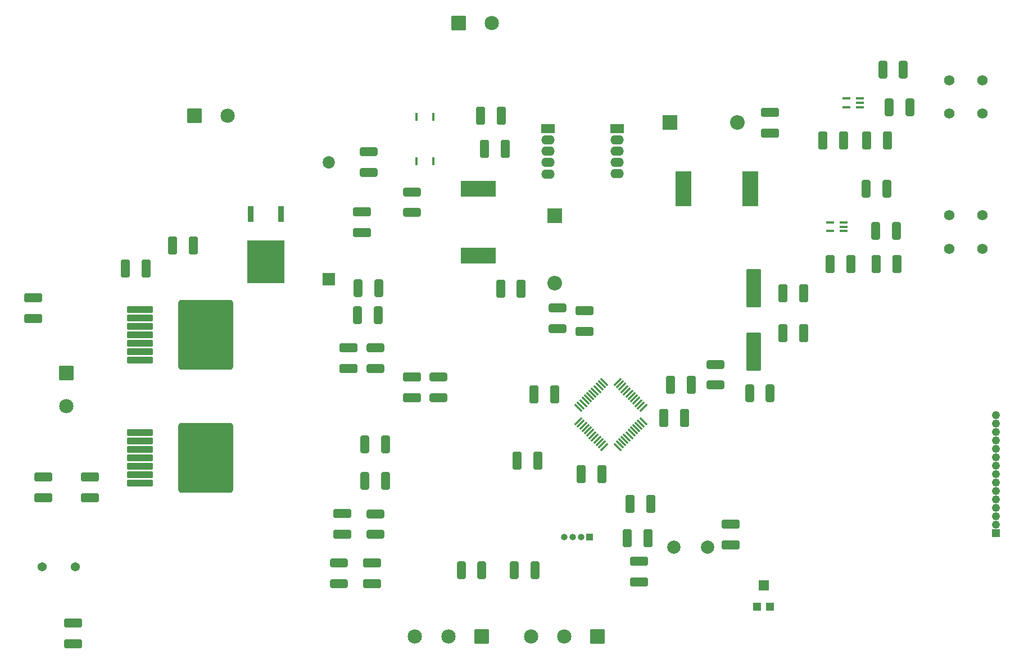
<source format=gbr>
%TF.GenerationSoftware,KiCad,Pcbnew,8.0.2*%
%TF.CreationDate,2024-06-26T19:24:32-04:00*%
%TF.ProjectId,pcb_forfirstproject,7063625f-666f-4726-9669-72737470726f,rev?*%
%TF.SameCoordinates,Original*%
%TF.FileFunction,Soldermask,Top*%
%TF.FilePolarity,Negative*%
%FSLAX46Y46*%
G04 Gerber Fmt 4.6, Leading zero omitted, Abs format (unit mm)*
G04 Created by KiCad (PCBNEW 8.0.2) date 2024-06-26 19:24:32*
%MOMM*%
%LPD*%
G01*
G04 APERTURE LIST*
G04 Aperture macros list*
%AMRoundRect*
0 Rectangle with rounded corners*
0 $1 Rounding radius*
0 $2 $3 $4 $5 $6 $7 $8 $9 X,Y pos of 4 corners*
0 Add a 4 corners polygon primitive as box body*
4,1,4,$2,$3,$4,$5,$6,$7,$8,$9,$2,$3,0*
0 Add four circle primitives for the rounded corners*
1,1,$1+$1,$2,$3*
1,1,$1+$1,$4,$5*
1,1,$1+$1,$6,$7*
1,1,$1+$1,$8,$9*
0 Add four rect primitives between the rounded corners*
20,1,$1+$1,$2,$3,$4,$5,0*
20,1,$1+$1,$4,$5,$6,$7,0*
20,1,$1+$1,$6,$7,$8,$9,0*
20,1,$1+$1,$8,$9,$2,$3,0*%
G04 Aperture macros list end*
%ADD10RoundRect,0.250000X0.412500X1.100000X-0.412500X1.100000X-0.412500X-1.100000X0.412500X-1.100000X0*%
%ADD11RoundRect,0.124250X-1.812750X-0.372750X1.812750X-0.372750X1.812750X0.372750X-1.812750X0.372750X0*%
%ADD12RoundRect,0.412200X-3.709800X4.874800X-3.709800X-4.874800X3.709800X-4.874800X3.709800X4.874800X0*%
%ADD13R,2.413000X5.207000*%
%ADD14RoundRect,0.102000X-1.000000X2.750000X-1.000000X-2.750000X1.000000X-2.750000X1.000000X2.750000X0*%
%ADD15RoundRect,0.250000X-0.412500X-1.100000X0.412500X-1.100000X0.412500X1.100000X-0.412500X1.100000X0*%
%ADD16R,2.000001X1.400000*%
%ADD17O,2.000001X1.400000*%
%ADD18RoundRect,0.250000X-0.400000X-1.075000X0.400000X-1.075000X0.400000X1.075000X-0.400000X1.075000X0*%
%ADD19RoundRect,0.075000X0.415425X0.521491X-0.521491X-0.415425X-0.415425X-0.521491X0.521491X0.415425X0*%
%ADD20RoundRect,0.075000X-0.415425X0.521491X-0.521491X0.415425X0.415425X-0.521491X0.521491X-0.415425X0*%
%ADD21R,1.200000X1.200000*%
%ADD22R,1.600000X1.500000*%
%ADD23RoundRect,0.102000X-0.975000X-0.975000X0.975000X-0.975000X0.975000X0.975000X-0.975000X0.975000X0*%
%ADD24C,2.154000*%
%ADD25RoundRect,0.250000X-1.075000X0.400000X-1.075000X-0.400000X1.075000X-0.400000X1.075000X0.400000X0*%
%ADD26RoundRect,0.250000X1.100000X-0.412500X1.100000X0.412500X-1.100000X0.412500X-1.100000X-0.412500X0*%
%ADD27RoundRect,0.250000X-1.100000X0.412500X-1.100000X-0.412500X1.100000X-0.412500X1.100000X0.412500X0*%
%ADD28C,2.000000*%
%ADD29RoundRect,0.102000X0.975000X0.975000X-0.975000X0.975000X-0.975000X-0.975000X0.975000X-0.975000X0*%
%ADD30R,1.168400X0.355600*%
%ADD31R,2.200000X2.200000*%
%ADD32O,2.200000X2.200000*%
%ADD33C,1.574800*%
%ADD34RoundRect,0.250000X1.075000X-0.400000X1.075000X0.400000X-1.075000X0.400000X-1.075000X-0.400000X0*%
%ADD35RoundRect,0.250000X0.400000X1.075000X-0.400000X1.075000X-0.400000X-1.075000X0.400000X-1.075000X0*%
%ADD36R,0.457200X1.219200*%
%ADD37C,1.371600*%
%ADD38R,1.000000X1.000000*%
%ADD39O,1.000000X1.000000*%
%ADD40R,1.854200X1.854200*%
%ADD41C,1.854200*%
%ADD42R,5.207000X2.413000*%
%ADD43RoundRect,0.102000X-0.975000X0.975000X-0.975000X-0.975000X0.975000X-0.975000X0.975000X0.975000X0*%
%ADD44R,0.939800X2.413000*%
%ADD45R,5.562600X6.553200*%
%ADD46RoundRect,0.102000X0.505000X-0.505000X0.505000X0.505000X-0.505000X0.505000X-0.505000X-0.505000X0*%
%ADD47C,1.214000*%
G04 APERTURE END LIST*
D10*
%TO.C,C5*%
X150062500Y-105825485D03*
X146937500Y-105825485D03*
%TD*%
D11*
%TO.C,U5*%
X87540000Y-111515485D03*
X87540000Y-112785485D03*
X87540000Y-114055485D03*
X87540000Y-115325485D03*
X87540000Y-116595485D03*
X87540000Y-117865485D03*
X87540000Y-119135485D03*
D12*
X97500000Y-115325485D03*
%TD*%
D11*
%TO.C,U3*%
X87540000Y-93015485D03*
X87540000Y-94285485D03*
X87540000Y-95555485D03*
X87540000Y-96825485D03*
X87540000Y-98095485D03*
X87540000Y-99365485D03*
X87540000Y-100635485D03*
D12*
X97500000Y-96825485D03*
%TD*%
D13*
%TO.C,L6*%
X169458100Y-74825485D03*
X179541900Y-74825485D03*
%TD*%
D14*
%TO.C,Y1*%
X180000000Y-89825485D03*
X180000000Y-99325485D03*
%TD*%
D15*
%TO.C,C17*%
X191500000Y-86174495D03*
X194625000Y-86174495D03*
%TD*%
D16*
%TO.C,VR2*%
X159400000Y-65725485D03*
D17*
X159400000Y-67425485D03*
X159400000Y-69125486D03*
X159400000Y-70825485D03*
X159400000Y-72525485D03*
%TD*%
D18*
%TO.C,R9*%
X179400000Y-105662985D03*
X182500000Y-105662985D03*
%TD*%
%TO.C,R8*%
X196950000Y-74825485D03*
X200050000Y-74825485D03*
%TD*%
D10*
%TO.C,C20*%
X164500000Y-122325485D03*
X161375000Y-122325485D03*
%TD*%
D19*
%TO.C,U1*%
X163387876Y-107826697D03*
X163034322Y-107473143D03*
X162680769Y-107119590D03*
X162327215Y-106766036D03*
X161973662Y-106412483D03*
X161620109Y-106058930D03*
X161266555Y-105705376D03*
X160913002Y-105351823D03*
X160559449Y-104998270D03*
X160205895Y-104644716D03*
X159852342Y-104291163D03*
X159498788Y-103937609D03*
D20*
X157501212Y-103937609D03*
X157147658Y-104291163D03*
X156794105Y-104644716D03*
X156440551Y-104998270D03*
X156086998Y-105351823D03*
X155733445Y-105705376D03*
X155379891Y-106058930D03*
X155026338Y-106412483D03*
X154672785Y-106766036D03*
X154319231Y-107119590D03*
X153965678Y-107473143D03*
X153612124Y-107826697D03*
D19*
X153612124Y-109824273D03*
X153965678Y-110177827D03*
X154319231Y-110531380D03*
X154672785Y-110884934D03*
X155026338Y-111238487D03*
X155379891Y-111592040D03*
X155733445Y-111945594D03*
X156086998Y-112299147D03*
X156440551Y-112652700D03*
X156794105Y-113006254D03*
X157147658Y-113359807D03*
X157501212Y-113713361D03*
D20*
X159498788Y-113713361D03*
X159852342Y-113359807D03*
X160205895Y-113006254D03*
X160559449Y-112652700D03*
X160913002Y-112299147D03*
X161266555Y-111945594D03*
X161620109Y-111592040D03*
X161973662Y-111238487D03*
X162327215Y-110884934D03*
X162680769Y-110531380D03*
X163034322Y-110177827D03*
X163387876Y-109824273D03*
%TD*%
D18*
%TO.C,R4*%
X143950000Y-132325485D03*
X147050000Y-132325485D03*
%TD*%
D21*
%TO.C,POT2*%
X180500000Y-137825485D03*
D22*
X181500000Y-134575485D03*
D21*
X182500000Y-137825485D03*
%TD*%
D23*
%TO.C,J8*%
X95767000Y-63825485D03*
D24*
X100767000Y-63825485D03*
%TD*%
D25*
%TO.C,R5*%
X150500000Y-92775485D03*
X150500000Y-95875485D03*
%TD*%
D15*
%TO.C,C16*%
X85375000Y-86825485D03*
X88500000Y-86825485D03*
%TD*%
D26*
%TO.C,C37*%
X128500000Y-106325485D03*
X128500000Y-103200485D03*
%TD*%
D18*
%TO.C,R3*%
X135950000Y-132325485D03*
X139050000Y-132325485D03*
%TD*%
D23*
%TO.C,J1*%
X135534000Y-49825485D03*
D24*
X140534000Y-49825485D03*
%TD*%
D15*
%TO.C,C34*%
X141875000Y-89867385D03*
X145000000Y-89867385D03*
%TD*%
D27*
%TO.C,C9*%
X162750000Y-130925485D03*
X162750000Y-134050485D03*
%TD*%
D26*
%TO.C,C40*%
X121000000Y-81387985D03*
X121000000Y-78262985D03*
%TD*%
%TO.C,C11*%
X122500000Y-134325485D03*
X122500000Y-131200485D03*
%TD*%
D10*
%TO.C,C8*%
X164062500Y-127487985D03*
X160937500Y-127487985D03*
%TD*%
D28*
%TO.C,FB1*%
X167960000Y-128825485D03*
X173040000Y-128825485D03*
%TD*%
D27*
%TO.C,C35*%
X71500000Y-91262985D03*
X71500000Y-94387985D03*
%TD*%
D16*
%TO.C,U8*%
X149000000Y-65767385D03*
D17*
X149000000Y-67467385D03*
X149000000Y-69167386D03*
X149000000Y-70867385D03*
X149000000Y-72567385D03*
%TD*%
D29*
%TO.C,J2*%
X139000000Y-142325485D03*
D24*
X134000000Y-142325485D03*
X129000000Y-142325485D03*
%TD*%
D25*
%TO.C,R6*%
X174250000Y-101275485D03*
X174250000Y-104375485D03*
%TD*%
D30*
%TO.C,U2*%
X196041400Y-62499990D03*
X196041400Y-61849991D03*
X196041400Y-61199992D03*
X193958600Y-61199992D03*
X193958600Y-62499990D03*
%TD*%
D10*
%TO.C,C7*%
X147500000Y-115825485D03*
X144375000Y-115825485D03*
%TD*%
%TO.C,C36*%
X95562500Y-83325485D03*
X92437500Y-83325485D03*
%TD*%
%TO.C,C18*%
X200125000Y-67499990D03*
X197000000Y-67499990D03*
%TD*%
D15*
%TO.C,C2*%
X184437500Y-90575485D03*
X187562500Y-90575485D03*
%TD*%
%TO.C,C3*%
X166437500Y-109325485D03*
X169562500Y-109325485D03*
%TD*%
D31*
%TO.C,D7*%
X150000000Y-78829285D03*
D32*
X150000000Y-88989285D03*
%TD*%
D33*
%TO.C,SW1*%
X209500000Y-58500000D03*
X214500000Y-58500000D03*
X214500000Y-63499990D03*
X209500000Y-63499990D03*
%TD*%
D34*
%TO.C,R10*%
X128500000Y-78375485D03*
X128500000Y-75275485D03*
%TD*%
D25*
%TO.C,R19*%
X123000000Y-123787985D03*
X123000000Y-126887985D03*
%TD*%
D35*
%TO.C,R7*%
X201500000Y-81174495D03*
X198400000Y-81174495D03*
%TD*%
D36*
%TO.C,Q2*%
X129230000Y-70665585D03*
X131770000Y-70665585D03*
X131770000Y-63985385D03*
X129230000Y-63985385D03*
%TD*%
D26*
%TO.C,C32*%
X182500000Y-66387985D03*
X182500000Y-63262985D03*
%TD*%
%TO.C,C13*%
X118000000Y-126887985D03*
X118000000Y-123762985D03*
%TD*%
D27*
%TO.C,C39*%
X77500000Y-140262985D03*
X77500000Y-143387985D03*
%TD*%
D25*
%TO.C,R21*%
X132500000Y-103200485D03*
X132500000Y-106300485D03*
%TD*%
D37*
%TO.C,C38*%
X77835150Y-131825485D03*
X72831350Y-131825485D03*
%TD*%
D25*
%TO.C,R14*%
X123000000Y-98775485D03*
X123000000Y-101875485D03*
%TD*%
D27*
%TO.C,C19*%
X154500000Y-93200485D03*
X154500000Y-96325485D03*
%TD*%
D38*
%TO.C,J4*%
X155270000Y-127325485D03*
D39*
X154000000Y-127325485D03*
X152730000Y-127325485D03*
X151460000Y-127325485D03*
%TD*%
D35*
%TO.C,R18*%
X124550000Y-118825485D03*
X121450000Y-118825485D03*
%TD*%
D26*
%TO.C,C12*%
X119000000Y-101900485D03*
X119000000Y-98775485D03*
%TD*%
D10*
%TO.C,C4*%
X157125000Y-117825485D03*
X154000000Y-117825485D03*
%TD*%
D31*
%TO.C,D6*%
X167420000Y-64825485D03*
D32*
X177580000Y-64825485D03*
%TD*%
D40*
%TO.C,U4*%
X116000000Y-88440785D03*
D41*
X116000000Y-70813185D03*
%TD*%
D34*
%TO.C,R20*%
X122000000Y-72325485D03*
X122000000Y-69225485D03*
%TD*%
D42*
%TO.C,L7*%
X138500000Y-74825485D03*
X138500000Y-84909285D03*
%TD*%
D26*
%TO.C,C15*%
X73000000Y-121387985D03*
X73000000Y-118262985D03*
%TD*%
D25*
%TO.C,R13*%
X117500000Y-131212985D03*
X117500000Y-134312985D03*
%TD*%
D26*
%TO.C,C10*%
X176500000Y-128450485D03*
X176500000Y-125325485D03*
%TD*%
D35*
%TO.C,R2*%
X203550000Y-62499990D03*
X200450000Y-62499990D03*
%TD*%
D33*
%TO.C,SW3*%
X209500000Y-78825495D03*
X214500000Y-78825495D03*
X214500000Y-83825485D03*
X209500000Y-83825485D03*
%TD*%
D43*
%TO.C,J9*%
X76500000Y-102592485D03*
D24*
X76500000Y-107592485D03*
%TD*%
D44*
%TO.C,MOSFET2*%
X108790000Y-78599185D03*
D45*
X106500000Y-85825485D03*
D44*
X104210000Y-78599185D03*
%TD*%
D15*
%TO.C,C1*%
X184437500Y-96575485D03*
X187562500Y-96575485D03*
%TD*%
D10*
%TO.C,C21*%
X201625000Y-86174495D03*
X198500000Y-86174495D03*
%TD*%
D18*
%TO.C,R1*%
X199450000Y-56825485D03*
X202550000Y-56825485D03*
%TD*%
D35*
%TO.C,R17*%
X123550000Y-89825485D03*
X120450000Y-89825485D03*
%TD*%
D15*
%TO.C,C22*%
X190437500Y-67499990D03*
X193562500Y-67499990D03*
%TD*%
D10*
%TO.C,C33*%
X142000000Y-63825485D03*
X138875000Y-63825485D03*
%TD*%
D15*
%TO.C,C6*%
X167500000Y-104325485D03*
X170625000Y-104325485D03*
%TD*%
D46*
%TO.C,J3*%
X216500000Y-126715485D03*
D47*
X216500000Y-125445485D03*
X216500000Y-124175485D03*
X216500000Y-122905485D03*
X216500000Y-121635485D03*
X216500000Y-120365485D03*
X216500000Y-119095485D03*
X216500000Y-117825485D03*
X216500000Y-116555485D03*
X216500000Y-115285485D03*
X216500000Y-114015485D03*
X216500000Y-112745485D03*
X216500000Y-111475485D03*
X216500000Y-110205485D03*
X216500000Y-108935485D03*
%TD*%
D27*
%TO.C,C14*%
X80000000Y-118262985D03*
X80000000Y-121387985D03*
%TD*%
D35*
%TO.C,R15*%
X124550000Y-113325485D03*
X121450000Y-113325485D03*
%TD*%
D10*
%TO.C,C31*%
X142562500Y-68825485D03*
X139437500Y-68825485D03*
%TD*%
D29*
%TO.C,J5*%
X156500000Y-142325485D03*
D24*
X151500000Y-142325485D03*
X146500000Y-142325485D03*
%TD*%
D30*
%TO.C,U6*%
X193582800Y-81174495D03*
X193582800Y-80524496D03*
X193582800Y-79874497D03*
X191500000Y-79874497D03*
X191500000Y-81174495D03*
%TD*%
D35*
%TO.C,R16*%
X123450000Y-93825485D03*
X120350000Y-93825485D03*
%TD*%
M02*

</source>
